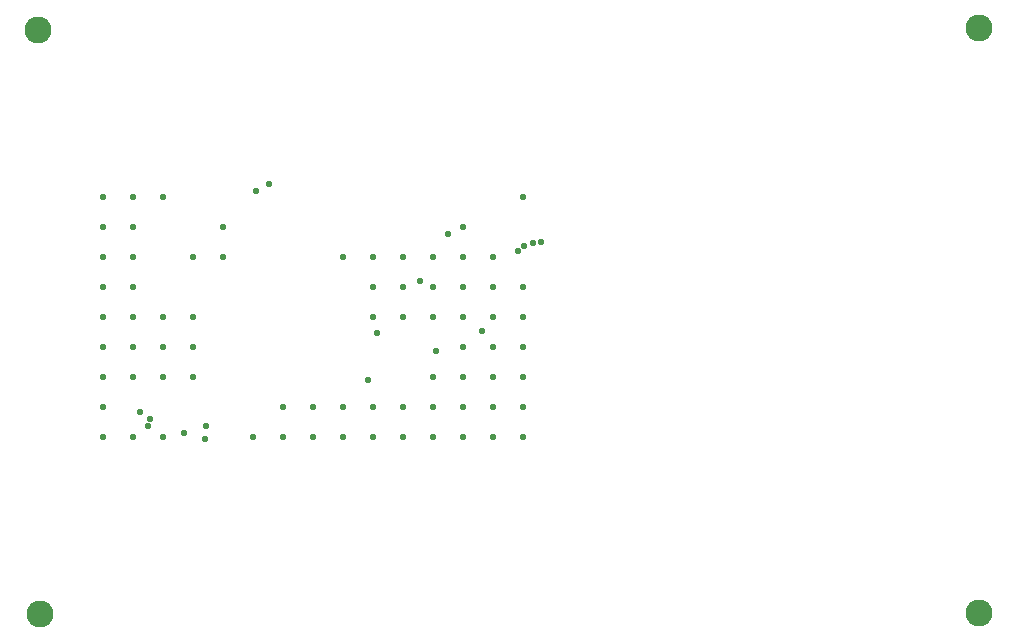
<source format=gbr>
%TF.GenerationSoftware,KiCad,Pcbnew,7.0.8*%
%TF.CreationDate,2023-11-15T14:15:31+01:00*%
%TF.ProjectId,tarjeta-rev1,7461726a-6574-4612-9d72-6576312e6b69,rev?*%
%TF.SameCoordinates,Original*%
%TF.FileFunction,Copper,L4,Bot*%
%TF.FilePolarity,Positive*%
%FSLAX46Y46*%
G04 Gerber Fmt 4.6, Leading zero omitted, Abs format (unit mm)*
G04 Created by KiCad (PCBNEW 7.0.8) date 2023-11-15 14:15:31*
%MOMM*%
%LPD*%
G01*
G04 APERTURE LIST*
%TA.AperFunction,WasherPad*%
%ADD10C,2.286000*%
%TD*%
%TA.AperFunction,ViaPad*%
%ADD11C,0.550000*%
%TD*%
G04 APERTURE END LIST*
D10*
%TO.P,REF\u002A\u002A,*%
%TO.N,*%
X585900000Y-161100000D03*
X586100000Y-210600000D03*
X665600000Y-161000000D03*
X665600000Y-210500000D03*
%TD*%
D11*
%TO.N,*%
X626953062Y-182899689D03*
X613850000Y-190750000D03*
X605500000Y-174150000D03*
X591393062Y-182899689D03*
X614253062Y-185439689D03*
X619333062Y-193059689D03*
X593933062Y-175279689D03*
X621873062Y-180359689D03*
X596473062Y-187979689D03*
X600150000Y-194700000D03*
X593933062Y-195599689D03*
X593933062Y-185439689D03*
X609173062Y-195599689D03*
X616793062Y-180359689D03*
X614253062Y-195599689D03*
X621873062Y-190519689D03*
X591393062Y-187979689D03*
X626953062Y-175279689D03*
X628550000Y-179050000D03*
X604350000Y-174750000D03*
X614253062Y-182899689D03*
X621873062Y-185439689D03*
X591393062Y-190519689D03*
X614253062Y-180359689D03*
X619333062Y-182899689D03*
X623550000Y-186650000D03*
X604093062Y-195599689D03*
X591393062Y-175279689D03*
X596473062Y-190519689D03*
X591393062Y-185439689D03*
X624413062Y-195599689D03*
X616793062Y-193059689D03*
X598250000Y-195250000D03*
X596473062Y-185439689D03*
X599013062Y-190519689D03*
X606633062Y-193059689D03*
X626953062Y-187979689D03*
X591393062Y-177819689D03*
X619333062Y-195599689D03*
X599013062Y-185439689D03*
X593933062Y-187979689D03*
X621873062Y-195599689D03*
X627100000Y-179450000D03*
X624413062Y-182899689D03*
X593933062Y-177819689D03*
X624413062Y-185439689D03*
X591393062Y-180359689D03*
X599013062Y-187979689D03*
X626953062Y-195599689D03*
X593933062Y-182899689D03*
X624413062Y-180359689D03*
X619333062Y-180359689D03*
X599013062Y-180359689D03*
X591393062Y-195599689D03*
X609173062Y-193059689D03*
X624413062Y-187979689D03*
X593933062Y-190519689D03*
X619333062Y-185439689D03*
X611713062Y-180359689D03*
X596473062Y-175279689D03*
X614600000Y-186800000D03*
X620650000Y-178450000D03*
X593933062Y-180359689D03*
X594550000Y-193450000D03*
X611713062Y-195599689D03*
X626953062Y-190519689D03*
X626953062Y-185439689D03*
X624413062Y-190519689D03*
X621873062Y-193059689D03*
X621873062Y-187979689D03*
X606633062Y-195599689D03*
X619333062Y-190519689D03*
X595400000Y-194100000D03*
X601553062Y-177819689D03*
X621873062Y-177819689D03*
X596473062Y-195599689D03*
X591393062Y-193059689D03*
X619650000Y-188300000D03*
X600050000Y-195800000D03*
X624413062Y-193059689D03*
X616793062Y-185439689D03*
X616793062Y-182899689D03*
X601553062Y-180359689D03*
X616793062Y-195599689D03*
X595250000Y-194700000D03*
X626953062Y-193059689D03*
X626549454Y-179822596D03*
X614253062Y-193059689D03*
X611713062Y-193059689D03*
X618250000Y-182350000D03*
X627800000Y-179200000D03*
X621873062Y-182899689D03*
%TD*%
M02*

</source>
